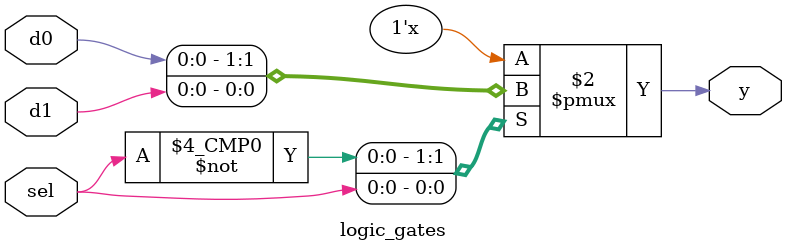
<source format=v>
`timescale 1ns / 1ps


module logic_gates(
    input d0,d1,sel,
    output reg y
    );
    //assign y = sel ? d1 : d0;
    always @(*)
    begin 
        case (sel)
            0: y=d0;
            1: y=d1;
        endcase 
    end 
    
endmodule

</source>
